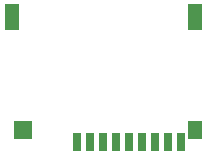
<source format=gbr>
%TF.GenerationSoftware,KiCad,Pcbnew,7.0.9*%
%TF.CreationDate,2023-12-03T04:53:17-05:00*%
%TF.ProjectId,SparkFun_MicroSD_Sniffer_v10,53706172-6b46-4756-9e5f-4d6963726f53,rev?*%
%TF.SameCoordinates,Original*%
%TF.FileFunction,Paste,Top*%
%TF.FilePolarity,Positive*%
%FSLAX46Y46*%
G04 Gerber Fmt 4.6, Leading zero omitted, Abs format (unit mm)*
G04 Created by KiCad (PCBNEW 7.0.9) date 2023-12-03 04:53:17*
%MOMM*%
%LPD*%
G01*
G04 APERTURE LIST*
%ADD10R,0.700000X1.600000*%
%ADD11R,1.200000X1.500000*%
%ADD12R,1.200000X2.200000*%
%ADD13R,1.600000X1.500000*%
G04 APERTURE END LIST*
D10*
%TO.C,Card1*%
X134410000Y-106450000D03*
X135510000Y-106450000D03*
X136610000Y-106450000D03*
X137710000Y-106450000D03*
X138810000Y-106450000D03*
X139910000Y-106450000D03*
X141010000Y-106450000D03*
X142110000Y-106450000D03*
X143210000Y-106450000D03*
D11*
X144410000Y-105450000D03*
D12*
X144410000Y-95850000D03*
D13*
X129810000Y-105450000D03*
D12*
X128910000Y-95850000D03*
%TD*%
M02*

</source>
